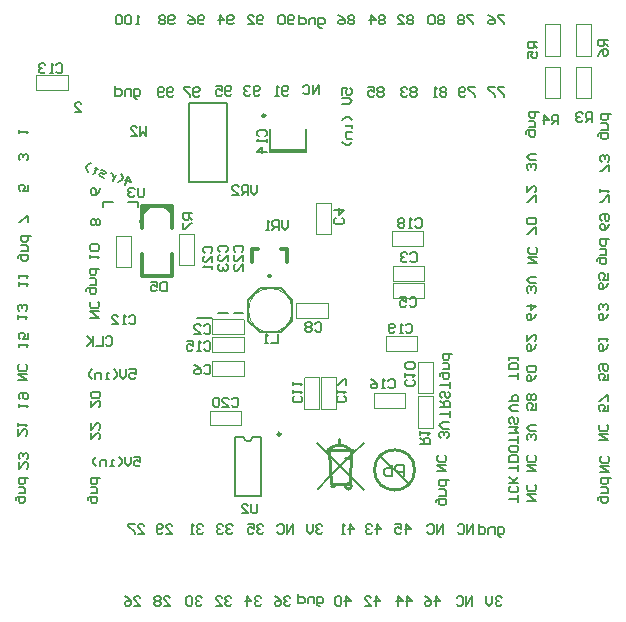
<source format=gbo>
%FSLAX23Y23*%
%MOIN*%
G70*
G01*
G75*
G04 Layer_Color=32896*
%ADD10C,0.012*%
%ADD11C,0.014*%
%ADD12R,0.118X0.073*%
%ADD13R,0.031X0.031*%
%ADD14R,0.087X0.024*%
%ADD15R,0.087X0.024*%
%ADD16O,0.010X0.080*%
%ADD17O,0.080X0.010*%
%ADD18R,0.079X0.047*%
%ADD19R,0.014X0.014*%
%ADD20R,0.020X0.020*%
%ADD21R,0.030X0.030*%
%ADD22R,0.030X0.030*%
%ADD23C,0.008*%
%ADD24C,0.031*%
%ADD25C,0.024*%
%ADD26C,0.020*%
%ADD27C,0.016*%
%ADD28C,0.059*%
%ADD29R,0.059X0.059*%
%ADD30R,0.059X0.059*%
%ADD31C,0.024*%
%ADD32C,0.030*%
%ADD33R,0.060X0.060*%
%ADD34R,0.040X0.050*%
%ADD35R,0.040X0.060*%
%ADD36R,0.085X0.043*%
%ADD37R,0.085X0.043*%
%ADD38R,0.085X0.138*%
%ADD39R,0.022X0.061*%
%ADD40R,0.059X0.051*%
%ADD41R,0.039X0.043*%
%ADD42R,0.059X0.057*%
%ADD43C,0.010*%
%ADD44C,0.010*%
%ADD45C,0.008*%
%ADD46C,0.004*%
%ADD47C,0.005*%
%ADD48C,0.006*%
%ADD49C,0.012*%
%ADD50C,0.006*%
D23*
X2770Y4778D02*
G03*
X2799Y4778I14J0D01*
G01*
X2976Y5728D02*
Y5805D01*
X2858Y5728D02*
Y5805D01*
Y5728D02*
X2976D01*
X2858Y5736D02*
X2976D01*
X2799Y4778D02*
X2828D01*
X2741D02*
X2770D01*
X2741Y4582D02*
X2828D01*
Y4778D01*
X2741Y4582D02*
Y4778D01*
X2586Y5628D02*
Y5892D01*
X2714Y5628D02*
Y5892D01*
X2586D02*
X2714D01*
X2586Y5628D02*
X2714D01*
X2417Y5547D02*
Y5563D01*
X2385D02*
X2417D01*
X2299Y5547D02*
Y5563D01*
X2332D01*
X2612Y5177D02*
X2663D01*
X2736Y5193D02*
X2768D01*
X2685D02*
X2717D01*
X3054Y4644D02*
X3131Y4721D01*
X3012Y4760D02*
X3169Y4602D01*
X3016Y4606D02*
X3054Y4644D01*
X3131Y4721D02*
X3169Y4760D01*
X3224Y4716D02*
X3319Y4622D01*
D43*
X2892Y4788D02*
G03*
X2892Y4788I-5J0D01*
G01*
X2841Y5850D02*
G03*
X2841Y5850I-5J0D01*
G01*
X2433Y5499D02*
G03*
X2433Y5499I-5J0D01*
G01*
D44*
X3126Y4736D02*
G03*
X3051Y4736I-38J-38D01*
G01*
X3127Y4616D02*
G03*
X3127Y4614I-9J-2D01*
G01*
X3339Y4669D02*
G03*
X3339Y4669I-67J0D01*
G01*
X2505Y5550D02*
X2530Y5525D01*
X2505Y5550D02*
X2520D01*
X2530Y5540D01*
Y5535D02*
Y5540D01*
X2430Y5525D02*
X2455Y5550D01*
X2440D02*
X2455D01*
X2430Y5540D02*
X2440Y5550D01*
X2430Y5535D02*
Y5540D01*
X2442Y5537D02*
Y5538D01*
X2430Y5550D02*
X2442Y5538D01*
X2519Y5536D02*
Y5539D01*
X2530Y5550D01*
X3047Y4736D02*
X3134D01*
X3087Y4760D02*
Y4771D01*
X3055Y4732D02*
X3059Y4622D01*
X3122D02*
X3126Y4732D01*
X3059Y4622D02*
X3122D01*
X3059Y4614D02*
X3071D01*
X3106Y4708D02*
X3126D01*
D46*
X2931Y5201D02*
G03*
X2931Y5201I-73J0D01*
G01*
X2769Y5170D02*
X2769Y5121D01*
X2768Y5171D02*
X2769Y5170D01*
X2664Y5171D02*
X2768D01*
X2664Y5121D02*
Y5171D01*
Y5121D02*
X2769D01*
X3371Y5347D02*
X3371Y5298D01*
X3371Y5348D02*
X3371Y5347D01*
X3266Y5348D02*
X3371D01*
X3266Y5298D02*
Y5348D01*
Y5298D02*
X3371D01*
X3011Y5455D02*
X3060Y5455D01*
X3060Y5456D01*
Y5560D01*
X3011D02*
X3060D01*
X3011Y5455D02*
Y5560D01*
X2769Y5111D02*
X2769Y5062D01*
X2768Y5112D02*
X2769Y5111D01*
X2664Y5112D02*
X2768D01*
X2664Y5062D02*
Y5112D01*
Y5062D02*
X2769D01*
X2944Y5225D02*
X2944Y5176D01*
X2944Y5176D01*
X3049D01*
Y5225D01*
X2944D02*
X3049D01*
X2972Y4978D02*
X3021Y4978D01*
X2971Y4977D02*
X2972Y4978D01*
X2971Y4873D02*
Y4977D01*
Y4873D02*
X3021D01*
Y4978D01*
X2345Y5345D02*
X2394Y5345D01*
X2395Y5346D01*
Y5450D01*
X2345D02*
X2395D01*
X2345Y5345D02*
Y5450D01*
X2182Y5985D02*
X2182Y5936D01*
X2182Y5986D02*
X2182Y5985D01*
X2077Y5986D02*
X2182D01*
X2077Y5936D02*
Y5986D01*
Y5936D02*
X2182D01*
X3877Y5908D02*
X3926Y5908D01*
X3927Y5909D01*
Y6013D01*
X3877D02*
X3927D01*
X3877Y5908D02*
Y6013D01*
X3775Y5908D02*
X3824Y5908D01*
X3824Y5909D01*
Y6013D01*
X3775D02*
X3824D01*
X3775Y5908D02*
Y6013D01*
Y6050D02*
X3824Y6050D01*
X3824Y6051D01*
Y6155D01*
X3775D02*
X3824D01*
X3775Y6050D02*
Y6155D01*
X3877Y6050D02*
X3926Y6050D01*
X3927Y6051D01*
Y6155D01*
X3877D02*
X3927D01*
X3877Y6050D02*
Y6155D01*
X2556Y5457D02*
X2605Y5457D01*
X2555Y5457D02*
X2556Y5457D01*
X2555Y5352D02*
Y5457D01*
Y5352D02*
X2605D01*
Y5457D01*
X2664Y5032D02*
X2664Y4984D01*
X2665Y4983D01*
X2769D01*
Y5032D01*
X2664D02*
X2769D01*
X3350Y5029D02*
X3399Y5029D01*
X3349Y5028D02*
X3350Y5029D01*
X3349Y4924D02*
Y5028D01*
Y4924D02*
X3399D01*
Y5029D01*
X3350Y4915D02*
X3399Y4915D01*
X3349Y4914D02*
X3350Y4915D01*
X3349Y4810D02*
Y4914D01*
Y4810D02*
X3399D01*
Y4915D01*
X3266Y5292D02*
X3266Y5243D01*
X3267Y5243D01*
X3371D01*
Y5292D01*
X3266D02*
X3371D01*
X3308Y4926D02*
X3308Y4877D01*
X3308Y4927D02*
X3308Y4926D01*
X3203Y4927D02*
X3308D01*
X3203Y4877D02*
Y4927D01*
Y4877D02*
X3308D01*
X3027Y4978D02*
X3076Y4978D01*
X3026Y4977D02*
X3027Y4978D01*
X3026Y4873D02*
Y4977D01*
Y4873D02*
X3076D01*
Y4978D01*
X3262Y5466D02*
X3262Y5417D01*
X3263Y5416D01*
X3367D01*
Y5466D01*
X3262D02*
X3367D01*
X3243Y5115D02*
X3243Y5066D01*
X3243Y5066D01*
X3348D01*
Y5115D01*
X3243D02*
X3348D01*
X2656Y4867D02*
X2656Y4818D01*
X2657Y4818D01*
X2761D01*
Y4867D01*
X2656D02*
X2761D01*
D47*
X2636Y5148D02*
X2642Y5154D01*
X2652D01*
X2657Y5148D01*
Y5127D01*
X2652Y5122D01*
X2642D01*
X2636Y5127D01*
X2605Y5122D02*
X2626D01*
X2605Y5143D01*
Y5148D01*
X2610Y5154D01*
X2621D01*
X2626Y5148D01*
X3325Y5388D02*
X3331Y5394D01*
X3341D01*
X3346Y5388D01*
Y5367D01*
X3341Y5362D01*
X3331D01*
X3325Y5367D01*
X3315Y5388D02*
X3310Y5394D01*
X3299D01*
X3294Y5388D01*
Y5383D01*
X3299Y5378D01*
X3304D01*
X3299D01*
X3294Y5373D01*
Y5367D01*
X3299Y5362D01*
X3310D01*
X3315Y5367D01*
X3097Y5509D02*
X3102Y5504D01*
Y5493D01*
X3097Y5488D01*
X3076D01*
X3071Y5493D01*
Y5504D01*
X3076Y5509D01*
X3071Y5535D02*
X3102D01*
X3087Y5520D01*
Y5541D01*
X2636Y5093D02*
X2642Y5098D01*
X2652D01*
X2657Y5093D01*
Y5072D01*
X2652Y5067D01*
X2642D01*
X2636Y5072D01*
X2626Y5067D02*
X2615D01*
X2621D01*
Y5098D01*
X2626Y5093D01*
X2579Y5098D02*
X2600D01*
Y5083D01*
X2589Y5088D01*
X2584D01*
X2579Y5083D01*
Y5072D01*
X2584Y5067D01*
X2595D01*
X2600Y5072D01*
X3007Y5156D02*
X3012Y5161D01*
X3022D01*
X3028Y5156D01*
Y5135D01*
X3022Y5130D01*
X3012D01*
X3007Y5135D01*
X2996Y5156D02*
X2991Y5161D01*
X2980D01*
X2975Y5156D01*
Y5151D01*
X2980Y5146D01*
X2975Y5140D01*
Y5135D01*
X2980Y5130D01*
X2991D01*
X2996Y5135D01*
Y5140D01*
X2991Y5146D01*
X2996Y5151D01*
Y5156D01*
X2991Y5146D02*
X2980D01*
X2959Y4915D02*
X2965Y4909D01*
Y4899D01*
X2959Y4894D01*
X2938D01*
X2933Y4899D01*
Y4909D01*
X2938Y4915D01*
X2933Y4925D02*
Y4936D01*
Y4930D01*
X2965D01*
X2959Y4925D01*
X2933Y4951D02*
Y4962D01*
Y4957D01*
X2965D01*
X2959Y4951D01*
X2387Y5180D02*
X2392Y5185D01*
X2402D01*
X2408Y5180D01*
Y5159D01*
X2402Y5154D01*
X2392D01*
X2387Y5159D01*
X2376Y5154D02*
X2366D01*
X2371D01*
Y5185D01*
X2376Y5180D01*
X2329Y5154D02*
X2350D01*
X2329Y5175D01*
Y5180D01*
X2334Y5185D01*
X2345D01*
X2350Y5180D01*
X2144Y6018D02*
X2150Y6024D01*
X2160D01*
X2165Y6018D01*
Y5997D01*
X2160Y5992D01*
X2150D01*
X2144Y5997D01*
X2134Y5992D02*
X2123D01*
X2129D01*
Y6024D01*
X2134Y6018D01*
X2108D02*
X2102Y6024D01*
X2092D01*
X2087Y6018D01*
Y6013D01*
X2092Y6008D01*
X2097D01*
X2092D01*
X2087Y6003D01*
Y5997D01*
X2092Y5992D01*
X2102D01*
X2108Y5997D01*
X2819Y5782D02*
X2814Y5787D01*
Y5797D01*
X2819Y5803D01*
X2840D01*
X2846Y5797D01*
Y5787D01*
X2840Y5782D01*
X2846Y5771D02*
Y5761D01*
Y5766D01*
X2814D01*
X2819Y5771D01*
X2846Y5729D02*
X2814D01*
X2830Y5745D01*
Y5724D01*
X2512Y5295D02*
Y5264D01*
X2496D01*
X2491Y5269D01*
Y5290D01*
X2496Y5295D01*
X2512D01*
X2459D02*
X2480D01*
Y5280D01*
X2470Y5285D01*
X2465D01*
X2459Y5280D01*
Y5269D01*
X2465Y5264D01*
X2475D01*
X2480Y5269D01*
X3931Y5829D02*
Y5861D01*
X3915D01*
X3910Y5856D01*
Y5845D01*
X3915Y5840D01*
X3931D01*
X3920D02*
X3910Y5829D01*
X3899Y5856D02*
X3894Y5861D01*
X3883D01*
X3878Y5856D01*
Y5850D01*
X3883Y5845D01*
X3889D01*
X3883D01*
X3878Y5840D01*
Y5835D01*
X3883Y5829D01*
X3894D01*
X3899Y5835D01*
X3818Y5821D02*
Y5853D01*
X3802D01*
X3797Y5848D01*
Y5837D01*
X3802Y5832D01*
X3818D01*
X3808D02*
X3797Y5821D01*
X3771D02*
Y5853D01*
X3787Y5837D01*
X3766D01*
X3747Y6095D02*
X3716D01*
Y6079D01*
X3721Y6074D01*
X3732D01*
X3737Y6079D01*
Y6095D01*
Y6084D02*
X3747Y6074D01*
X3716Y6042D02*
Y6063D01*
X3732D01*
X3726Y6053D01*
Y6048D01*
X3732Y6042D01*
X3742D01*
X3747Y6048D01*
Y6058D01*
X3742Y6063D01*
X3982Y6103D02*
X3950D01*
Y6087D01*
X3956Y6082D01*
X3966D01*
X3971Y6087D01*
Y6103D01*
Y6092D02*
X3982Y6082D01*
X3950Y6050D02*
X3956Y6061D01*
X3966Y6071D01*
X3977D01*
X3982Y6066D01*
Y6056D01*
X3977Y6050D01*
X3971D01*
X3966Y6056D01*
Y6071D01*
X2598Y5524D02*
X2567D01*
Y5508D01*
X2572Y5503D01*
X2583D01*
X2588Y5508D01*
Y5524D01*
Y5513D02*
X2598Y5503D01*
X2567Y5492D02*
Y5471D01*
X2572D01*
X2593Y5492D01*
X2598D01*
X2815Y4555D02*
Y4529D01*
X2810Y4524D01*
X2799D01*
X2794Y4529D01*
Y4555D01*
X2762Y4524D02*
X2783D01*
X2762Y4545D01*
Y4550D01*
X2768Y4555D01*
X2778D01*
X2783Y4550D01*
X2917Y5501D02*
Y5480D01*
X2907Y5470D01*
X2896Y5480D01*
Y5501D01*
X2886Y5470D02*
Y5501D01*
X2870D01*
X2865Y5496D01*
Y5486D01*
X2870Y5480D01*
X2886D01*
X2875D02*
X2865Y5470D01*
X2854D02*
X2844D01*
X2849D01*
Y5501D01*
X2854Y5496D01*
X2815Y5618D02*
Y5597D01*
X2804Y5586D01*
X2794Y5597D01*
Y5618D01*
X2783Y5586D02*
Y5618D01*
X2768D01*
X2762Y5613D01*
Y5602D01*
X2768Y5597D01*
X2783D01*
X2773D02*
X2762Y5586D01*
X2731D02*
X2752D01*
X2731Y5607D01*
Y5613D01*
X2736Y5618D01*
X2747D01*
X2752Y5613D01*
X2636Y5014D02*
X2642Y5020D01*
X2652D01*
X2657Y5014D01*
Y4993D01*
X2652Y4988D01*
X2642D01*
X2636Y4993D01*
X2605Y5020D02*
X2615Y5014D01*
X2626Y5004D01*
Y4993D01*
X2621Y4988D01*
X2610D01*
X2605Y4993D01*
Y4999D01*
X2610Y5004D01*
X2626D01*
X3333Y4970D02*
X3339Y4965D01*
Y4954D01*
X3333Y4949D01*
X3312D01*
X3307Y4954D01*
Y4965D01*
X3312Y4970D01*
X3307Y4980D02*
Y4991D01*
Y4986D01*
X3339D01*
X3333Y4980D01*
Y5007D02*
X3339Y5012D01*
Y5022D01*
X3333Y5028D01*
X3312D01*
X3307Y5022D01*
Y5012D01*
X3312Y5007D01*
X3333D01*
X3358Y4756D02*
X3390D01*
Y4772D01*
X3385Y4777D01*
X3374D01*
X3369Y4772D01*
Y4756D01*
Y4766D02*
X3358Y4777D01*
Y4787D02*
Y4798D01*
Y4793D01*
X3390D01*
X3385Y4787D01*
X2437Y5610D02*
Y5584D01*
X2432Y5579D01*
X2421D01*
X2416Y5584D01*
Y5610D01*
X2406Y5605D02*
X2400Y5610D01*
X2390D01*
X2385Y5605D01*
Y5600D01*
X2390Y5594D01*
X2395D01*
X2390D01*
X2385Y5589D01*
Y5584D01*
X2390Y5579D01*
X2400D01*
X2406Y5584D01*
X2445Y5815D02*
Y5783D01*
X2434Y5794D01*
X2424Y5783D01*
Y5815D01*
X2392Y5783D02*
X2413D01*
X2392Y5804D01*
Y5810D01*
X2398Y5815D01*
X2408D01*
X2413Y5810D01*
X3322Y5239D02*
X3327Y5244D01*
X3337D01*
X3343Y5239D01*
Y5218D01*
X3337Y5213D01*
X3327D01*
X3322Y5218D01*
X3290Y5244D02*
X3311D01*
Y5228D01*
X3301Y5234D01*
X3295D01*
X3290Y5228D01*
Y5218D01*
X3295Y5213D01*
X3306D01*
X3311Y5218D01*
X3251Y4967D02*
X3256Y4972D01*
X3266D01*
X3272Y4967D01*
Y4946D01*
X3266Y4941D01*
X3256D01*
X3251Y4946D01*
X3240Y4941D02*
X3230D01*
X3235D01*
Y4972D01*
X3240Y4967D01*
X3193Y4972D02*
X3203Y4967D01*
X3214Y4957D01*
Y4946D01*
X3209Y4941D01*
X3198D01*
X3193Y4946D01*
Y4951D01*
X3198Y4957D01*
X3214D01*
X3105Y4915D02*
X3110Y4909D01*
Y4899D01*
X3105Y4894D01*
X3084D01*
X3079Y4899D01*
Y4909D01*
X3084Y4915D01*
X3079Y4925D02*
Y4936D01*
Y4930D01*
X3110D01*
X3105Y4925D01*
X3110Y4951D02*
Y4972D01*
X3105D01*
X3084Y4951D01*
X3079D01*
X3341Y5503D02*
X3346Y5508D01*
X3357D01*
X3362Y5503D01*
Y5482D01*
X3357Y5476D01*
X3346D01*
X3341Y5482D01*
X3331Y5476D02*
X3320D01*
X3325D01*
Y5508D01*
X3331Y5503D01*
X3304D02*
X3299Y5508D01*
X3289D01*
X3283Y5503D01*
Y5497D01*
X3289Y5492D01*
X3283Y5487D01*
Y5482D01*
X3289Y5476D01*
X3299D01*
X3304Y5482D01*
Y5487D01*
X3299Y5492D01*
X3304Y5497D01*
Y5503D01*
X3299Y5492D02*
X3289D01*
X3310Y5152D02*
X3315Y5157D01*
X3325D01*
X3331Y5152D01*
Y5131D01*
X3325Y5126D01*
X3315D01*
X3310Y5131D01*
X3299Y5126D02*
X3289D01*
X3294D01*
Y5157D01*
X3299Y5152D01*
X3273Y5131D02*
X3268Y5126D01*
X3257D01*
X3252Y5131D01*
Y5152D01*
X3257Y5157D01*
X3268D01*
X3273Y5152D01*
Y5147D01*
X3268Y5142D01*
X3252D01*
X2730Y4905D02*
X2735Y4910D01*
X2746D01*
X2751Y4905D01*
Y4884D01*
X2746Y4879D01*
X2735D01*
X2730Y4884D01*
X2698Y4879D02*
X2719D01*
X2698Y4900D01*
Y4905D01*
X2704Y4910D01*
X2714D01*
X2719Y4905D01*
X2688D02*
X2683Y4910D01*
X2672D01*
X2667Y4905D01*
Y4884D01*
X2672Y4879D01*
X2683D01*
X2688Y4884D01*
Y4905D01*
X2639Y5392D02*
X2634Y5398D01*
Y5408D01*
X2639Y5413D01*
X2660D01*
X2665Y5408D01*
Y5398D01*
X2660Y5392D01*
X2665Y5361D02*
Y5382D01*
X2644Y5361D01*
X2639D01*
X2634Y5366D01*
Y5377D01*
X2639Y5382D01*
X2665Y5350D02*
Y5340D01*
Y5345D01*
X2634D01*
X2639Y5350D01*
X2741Y5396D02*
X2736Y5402D01*
Y5412D01*
X2741Y5417D01*
X2762D01*
X2768Y5412D01*
Y5402D01*
X2762Y5396D01*
X2768Y5365D02*
Y5386D01*
X2747Y5365D01*
X2741D01*
X2736Y5370D01*
Y5381D01*
X2741Y5386D01*
X2768Y5333D02*
Y5354D01*
X2747Y5333D01*
X2741D01*
X2736Y5339D01*
Y5349D01*
X2741Y5354D01*
X2882Y5122D02*
Y5091D01*
X2861D01*
X2850D02*
X2840D01*
X2845D01*
Y5122D01*
X2850Y5117D01*
X2690Y5396D02*
X2685Y5402D01*
Y5412D01*
X2690Y5417D01*
X2711D01*
X2717Y5412D01*
Y5402D01*
X2711Y5396D01*
X2717Y5365D02*
Y5386D01*
X2696Y5365D01*
X2690D01*
X2685Y5370D01*
Y5381D01*
X2690Y5386D01*
Y5354D02*
X2685Y5349D01*
Y5339D01*
X2690Y5333D01*
X2696D01*
X2701Y5339D01*
Y5344D01*
Y5339D01*
X2706Y5333D01*
X2711D01*
X2717Y5339D01*
Y5349D01*
X2711Y5354D01*
X3413Y4665D02*
X3445D01*
X3413Y4686D01*
X3445D01*
X3440Y4718D02*
X3445Y4713D01*
Y4702D01*
X3440Y4697D01*
X3419D01*
X3413Y4702D01*
Y4713D01*
X3419Y4718D01*
X3447Y4776D02*
X3453Y4781D01*
Y4791D01*
X3447Y4797D01*
X3442D01*
X3437Y4791D01*
Y4786D01*
Y4791D01*
X3432Y4797D01*
X3427D01*
X3421Y4791D01*
Y4781D01*
X3427Y4776D01*
X3453Y4807D02*
X3432D01*
X3421Y4818D01*
X3432Y4828D01*
X3453D01*
X3457Y4846D02*
Y4867D01*
Y4857D01*
X3425D01*
Y4878D02*
X3457D01*
Y4894D01*
X3451Y4899D01*
X3441D01*
X3436Y4894D01*
Y4878D01*
Y4888D02*
X3425Y4899D01*
X3451Y4930D02*
X3457Y4925D01*
Y4915D01*
X3451Y4909D01*
X3446D01*
X3441Y4915D01*
Y4925D01*
X3436Y4930D01*
X3430D01*
X3425Y4925D01*
Y4915D01*
X3430Y4909D01*
X3457Y4941D02*
Y4962D01*
Y4951D01*
X3425D01*
X3685Y4972D02*
Y4993D01*
Y4983D01*
X3654D01*
X3685Y5004D02*
X3654D01*
Y5020D01*
X3659Y5025D01*
X3680D01*
X3685Y5020D01*
Y5004D01*
Y5035D02*
Y5046D01*
Y5041D01*
X3654D01*
Y5035D01*
Y5046D01*
X3685Y4866D02*
X3664D01*
X3654Y4877D01*
X3664Y4887D01*
X3685D01*
X3654Y4898D02*
X3685D01*
Y4913D01*
X3680Y4919D01*
X3669D01*
X3664Y4913D01*
Y4898D01*
X3685Y4760D02*
Y4781D01*
Y4770D01*
X3654D01*
Y4791D02*
X3685D01*
X3675Y4802D01*
X3685Y4812D01*
X3654D01*
X3680Y4844D02*
X3685Y4839D01*
Y4828D01*
X3680Y4823D01*
X3675D01*
X3669Y4828D01*
Y4839D01*
X3664Y4844D01*
X3659D01*
X3654Y4839D01*
Y4828D01*
X3659Y4823D01*
X3685Y4665D02*
Y4686D01*
Y4676D01*
X3654D01*
X3685Y4697D02*
X3654D01*
Y4713D01*
X3659Y4718D01*
X3680D01*
X3685Y4713D01*
Y4697D01*
Y4744D02*
Y4734D01*
X3680Y4728D01*
X3659D01*
X3654Y4734D01*
Y4744D01*
X3659Y4749D01*
X3680D01*
X3685Y4744D01*
Y4563D02*
Y4584D01*
Y4573D01*
X3654D01*
X3680Y4615D02*
X3685Y4610D01*
Y4600D01*
X3680Y4594D01*
X3659D01*
X3654Y4600D01*
Y4610D01*
X3659Y4615D01*
X3685Y4626D02*
X3654D01*
X3664D01*
X3685Y4647D01*
X3669Y4631D01*
X3654Y4647D01*
X3411Y4562D02*
Y4567D01*
X3416Y4572D01*
X3442D01*
Y4556D01*
X3437Y4551D01*
X3427D01*
X3421Y4556D01*
Y4572D01*
Y4583D02*
X3442D01*
Y4598D01*
X3437Y4604D01*
X3421D01*
X3453Y4635D02*
X3421D01*
Y4619D01*
X3427Y4614D01*
X3437D01*
X3442Y4619D01*
Y4635D01*
X3423Y4983D02*
Y4988D01*
X3428Y4993D01*
X3454D01*
Y4978D01*
X3449Y4972D01*
X3438D01*
X3433Y4978D01*
Y4993D01*
Y5004D02*
X3454D01*
Y5020D01*
X3449Y5025D01*
X3433D01*
X3465Y5056D02*
X3433D01*
Y5041D01*
X3438Y5035D01*
X3449D01*
X3454Y5041D01*
Y5056D01*
X3744Y5563D02*
Y5584D01*
X3739D01*
X3718Y5563D01*
X3713D01*
Y5615D02*
Y5594D01*
X3734Y5615D01*
X3739D01*
X3744Y5610D01*
Y5600D01*
X3739Y5594D01*
X3744Y5457D02*
Y5478D01*
X3739D01*
X3718Y5457D01*
X3713D01*
X3739Y5488D02*
X3744Y5493D01*
Y5504D01*
X3739Y5509D01*
X3718D01*
X3713Y5504D01*
Y5493D01*
X3718Y5488D01*
X3739D01*
X3717Y5358D02*
X3748D01*
X3717Y5379D01*
X3748D01*
X3743Y5411D02*
X3748Y5405D01*
Y5395D01*
X3743Y5390D01*
X3722D01*
X3717Y5395D01*
Y5405D01*
X3722Y5411D01*
X3739Y5260D02*
X3744Y5265D01*
Y5276D01*
X3739Y5281D01*
X3734D01*
X3728Y5276D01*
Y5270D01*
Y5276D01*
X3723Y5281D01*
X3718D01*
X3713Y5276D01*
Y5265D01*
X3718Y5260D01*
X3744Y5291D02*
X3723D01*
X3713Y5302D01*
X3723Y5312D01*
X3744D01*
Y5190D02*
X3739Y5180D01*
X3728Y5169D01*
X3718D01*
X3713Y5175D01*
Y5185D01*
X3718Y5190D01*
X3723D01*
X3728Y5185D01*
Y5169D01*
X3713Y5217D02*
X3744D01*
X3728Y5201D01*
Y5222D01*
X3744Y5088D02*
X3739Y5077D01*
X3728Y5067D01*
X3718D01*
X3713Y5072D01*
Y5083D01*
X3718Y5088D01*
X3723D01*
X3728Y5083D01*
Y5067D01*
X3713Y5119D02*
Y5098D01*
X3734Y5119D01*
X3739D01*
X3744Y5114D01*
Y5104D01*
X3739Y5098D01*
X3744Y4986D02*
X3739Y4975D01*
X3728Y4965D01*
X3718D01*
X3713Y4970D01*
Y4980D01*
X3718Y4986D01*
X3723D01*
X3728Y4980D01*
Y4965D01*
X3739Y4996D02*
X3744Y5001D01*
Y5012D01*
X3739Y5017D01*
X3718D01*
X3713Y5012D01*
Y5001D01*
X3718Y4996D01*
X3739D01*
X3744Y4891D02*
Y4870D01*
X3728D01*
X3734Y4881D01*
Y4886D01*
X3728Y4891D01*
X3718D01*
X3713Y4886D01*
Y4875D01*
X3718Y4870D01*
X3739Y4902D02*
X3744Y4907D01*
Y4917D01*
X3739Y4923D01*
X3734D01*
X3728Y4917D01*
X3723Y4923D01*
X3718D01*
X3713Y4917D01*
Y4907D01*
X3718Y4902D01*
X3723D01*
X3728Y4907D01*
X3734Y4902D01*
X3739D01*
X3728Y4907D02*
Y4917D01*
X3739Y4768D02*
X3744Y4773D01*
Y4783D01*
X3739Y4789D01*
X3734D01*
X3728Y4783D01*
Y4778D01*
Y4783D01*
X3723Y4789D01*
X3718D01*
X3713Y4783D01*
Y4773D01*
X3718Y4768D01*
X3744Y4799D02*
X3723D01*
X3713Y4810D01*
X3723Y4820D01*
X3744D01*
X3950Y4570D02*
Y4575D01*
X3955Y4580D01*
X3982D01*
Y4564D01*
X3976Y4559D01*
X3966D01*
X3961Y4564D01*
Y4580D01*
Y4591D02*
X3982D01*
Y4606D01*
X3976Y4612D01*
X3961D01*
X3992Y4643D02*
X3961D01*
Y4627D01*
X3966Y4622D01*
X3976D01*
X3982Y4627D01*
Y4643D01*
X3713Y4567D02*
X3744D01*
X3713Y4588D01*
X3744D01*
X3739Y4619D02*
X3744Y4614D01*
Y4604D01*
X3739Y4598D01*
X3718D01*
X3713Y4604D01*
Y4614D01*
X3718Y4619D01*
X3713Y4665D02*
X3744D01*
X3713Y4686D01*
X3744D01*
X3739Y4718D02*
X3744Y4713D01*
Y4702D01*
X3739Y4697D01*
X3718D01*
X3713Y4702D01*
Y4713D01*
X3718Y4718D01*
X3957Y4661D02*
X3988D01*
X3957Y4682D01*
X3988D01*
X3983Y4714D02*
X3988Y4709D01*
Y4698D01*
X3983Y4693D01*
X3962D01*
X3957Y4698D01*
Y4709D01*
X3962Y4714D01*
X3953Y4768D02*
X3984D01*
X3953Y4789D01*
X3984D01*
X3979Y4820D02*
X3984Y4815D01*
Y4804D01*
X3979Y4799D01*
X3958D01*
X3953Y4804D01*
Y4815D01*
X3958Y4820D01*
X3984Y4887D02*
Y4866D01*
X3968D01*
X3974Y4877D01*
Y4882D01*
X3968Y4887D01*
X3958D01*
X3953Y4882D01*
Y4871D01*
X3958Y4866D01*
X3984Y4898D02*
Y4919D01*
X3979D01*
X3958Y4898D01*
X3953D01*
X3984Y4989D02*
Y4969D01*
X3968D01*
X3974Y4979D01*
Y4984D01*
X3968Y4989D01*
X3958D01*
X3953Y4984D01*
Y4974D01*
X3958Y4969D01*
Y5000D02*
X3953Y5005D01*
Y5016D01*
X3958Y5021D01*
X3979D01*
X3984Y5016D01*
Y5005D01*
X3979Y5000D01*
X3974D01*
X3968Y5005D01*
Y5021D01*
X3984Y5088D02*
X3979Y5077D01*
X3968Y5067D01*
X3958D01*
X3953Y5072D01*
Y5083D01*
X3958Y5088D01*
X3963D01*
X3968Y5083D01*
Y5067D01*
X3953Y5098D02*
Y5109D01*
Y5104D01*
X3984D01*
X3979Y5098D01*
X3984Y5190D02*
X3979Y5180D01*
X3968Y5169D01*
X3958D01*
X3953Y5175D01*
Y5185D01*
X3958Y5190D01*
X3963D01*
X3968Y5185D01*
Y5169D01*
X3979Y5201D02*
X3984Y5206D01*
Y5217D01*
X3979Y5222D01*
X3974D01*
X3968Y5217D01*
Y5211D01*
Y5217D01*
X3963Y5222D01*
X3958D01*
X3953Y5217D01*
Y5206D01*
X3958Y5201D01*
X3984Y5293D02*
X3979Y5282D01*
X3968Y5272D01*
X3958D01*
X3953Y5277D01*
Y5287D01*
X3958Y5293D01*
X3963D01*
X3968Y5287D01*
Y5272D01*
X3984Y5324D02*
Y5303D01*
X3968D01*
X3974Y5314D01*
Y5319D01*
X3968Y5324D01*
X3958D01*
X3953Y5319D01*
Y5308D01*
X3958Y5303D01*
X3946Y5365D02*
Y5370D01*
X3951Y5375D01*
X3978D01*
Y5360D01*
X3972Y5354D01*
X3962D01*
X3957Y5360D01*
Y5375D01*
Y5386D02*
X3978D01*
Y5402D01*
X3972Y5407D01*
X3957D01*
X3988Y5438D02*
X3957D01*
Y5423D01*
X3962Y5417D01*
X3972D01*
X3978Y5423D01*
Y5438D01*
X3988Y5489D02*
X3983Y5479D01*
X3972Y5469D01*
X3962D01*
X3957Y5474D01*
Y5484D01*
X3962Y5489D01*
X3967D01*
X3972Y5484D01*
Y5469D01*
X3962Y5500D02*
X3957Y5505D01*
Y5516D01*
X3962Y5521D01*
X3983D01*
X3988Y5516D01*
Y5505D01*
X3983Y5500D01*
X3978D01*
X3972Y5505D01*
Y5521D01*
X3988Y5563D02*
Y5584D01*
X3983D01*
X3962Y5563D01*
X3957D01*
Y5594D02*
Y5605D01*
Y5600D01*
X3988D01*
X3983Y5594D01*
X3988Y5665D02*
Y5686D01*
X3983D01*
X3962Y5665D01*
X3957D01*
X3983Y5697D02*
X3988Y5702D01*
Y5713D01*
X3983Y5718D01*
X3978D01*
X3972Y5713D01*
Y5707D01*
Y5713D01*
X3967Y5718D01*
X3962D01*
X3957Y5713D01*
Y5702D01*
X3962Y5697D01*
X3739Y5669D02*
X3744Y5675D01*
Y5685D01*
X3739Y5690D01*
X3734D01*
X3728Y5685D01*
Y5680D01*
Y5685D01*
X3723Y5690D01*
X3718D01*
X3713Y5685D01*
Y5675D01*
X3718Y5669D01*
X3744Y5701D02*
X3723D01*
X3713Y5711D01*
X3723Y5722D01*
X3744D01*
X3950Y5782D02*
Y5787D01*
X3955Y5793D01*
X3982D01*
Y5777D01*
X3976Y5772D01*
X3966D01*
X3961Y5777D01*
Y5793D01*
Y5803D02*
X3982D01*
Y5819D01*
X3976Y5824D01*
X3961D01*
X3992Y5856D02*
X3961D01*
Y5840D01*
X3966Y5835D01*
X3976D01*
X3982Y5840D01*
Y5856D01*
X3710Y5790D02*
Y5795D01*
X3715Y5801D01*
X3741D01*
Y5785D01*
X3736Y5780D01*
X3726D01*
X3720Y5785D01*
Y5801D01*
Y5811D02*
X3741D01*
Y5827D01*
X3736Y5832D01*
X3720D01*
X3752Y5863D02*
X3720D01*
Y5848D01*
X3726Y5842D01*
X3736D01*
X3741Y5848D01*
Y5863D01*
X3020Y5921D02*
Y5953D01*
X2999Y5921D01*
Y5953D01*
X2967Y5947D02*
X2972Y5953D01*
X2983D01*
X2988Y5947D01*
Y5927D01*
X2983Y5921D01*
X2972D01*
X2967Y5927D01*
X3236Y5940D02*
X3231Y5945D01*
X3220D01*
X3215Y5940D01*
Y5934D01*
X3220Y5929D01*
X3215Y5924D01*
Y5919D01*
X3220Y5913D01*
X3231D01*
X3236Y5919D01*
Y5924D01*
X3231Y5929D01*
X3236Y5934D01*
Y5940D01*
X3231Y5929D02*
X3220D01*
X3184Y5945D02*
X3205D01*
Y5929D01*
X3194Y5934D01*
X3189D01*
X3184Y5929D01*
Y5919D01*
X3189Y5913D01*
X3199D01*
X3205Y5919D01*
X3346Y5940D02*
X3341Y5945D01*
X3331D01*
X3325Y5940D01*
Y5934D01*
X3331Y5929D01*
X3325Y5924D01*
Y5919D01*
X3331Y5913D01*
X3341D01*
X3346Y5919D01*
Y5924D01*
X3341Y5929D01*
X3346Y5934D01*
Y5940D01*
X3341Y5929D02*
X3331D01*
X3315Y5940D02*
X3310Y5945D01*
X3299D01*
X3294Y5940D01*
Y5934D01*
X3299Y5929D01*
X3304D01*
X3299D01*
X3294Y5924D01*
Y5919D01*
X3299Y5913D01*
X3310D01*
X3315Y5919D01*
X3445Y5940D02*
X3440Y5945D01*
X3429D01*
X3424Y5940D01*
Y5934D01*
X3429Y5929D01*
X3424Y5924D01*
Y5919D01*
X3429Y5913D01*
X3440D01*
X3445Y5919D01*
Y5924D01*
X3440Y5929D01*
X3445Y5934D01*
Y5940D01*
X3440Y5929D02*
X3429D01*
X3413Y5913D02*
X3403D01*
X3408D01*
Y5945D01*
X3413Y5940D01*
X3539Y5945D02*
X3518D01*
Y5940D01*
X3539Y5919D01*
Y5913D01*
X3508Y5919D02*
X3503Y5913D01*
X3492D01*
X3487Y5919D01*
Y5940D01*
X3492Y5945D01*
X3503D01*
X3508Y5940D01*
Y5934D01*
X3503Y5929D01*
X3487D01*
X3638Y5945D02*
X3617D01*
Y5940D01*
X3638Y5919D01*
Y5913D01*
X3606Y5945D02*
X3585D01*
Y5940D01*
X3606Y5919D01*
Y5913D01*
X3638Y6185D02*
X3617D01*
Y6180D01*
X3638Y6159D01*
Y6154D01*
X3585Y6185D02*
X3596Y6180D01*
X3606Y6169D01*
Y6159D01*
X3601Y6154D01*
X3591D01*
X3585Y6159D01*
Y6164D01*
X3591Y6169D01*
X3606D01*
X3535Y6185D02*
X3514D01*
Y6180D01*
X3535Y6159D01*
Y6154D01*
X3504Y6180D02*
X3499Y6185D01*
X3488D01*
X3483Y6180D01*
Y6175D01*
X3488Y6169D01*
X3483Y6164D01*
Y6159D01*
X3488Y6154D01*
X3499D01*
X3504Y6159D01*
Y6164D01*
X3499Y6169D01*
X3504Y6175D01*
Y6180D01*
X3499Y6169D02*
X3488D01*
X3437Y6180D02*
X3432Y6185D01*
X3421D01*
X3416Y6180D01*
Y6175D01*
X3421Y6169D01*
X3416Y6164D01*
Y6159D01*
X3421Y6154D01*
X3432D01*
X3437Y6159D01*
Y6164D01*
X3432Y6169D01*
X3437Y6175D01*
Y6180D01*
X3432Y6169D02*
X3421D01*
X3406Y6180D02*
X3400Y6185D01*
X3390D01*
X3385Y6180D01*
Y6159D01*
X3390Y6154D01*
X3400D01*
X3406Y6159D01*
Y6180D01*
X3335D02*
X3329Y6185D01*
X3319D01*
X3314Y6180D01*
Y6175D01*
X3319Y6169D01*
X3314Y6164D01*
Y6159D01*
X3319Y6154D01*
X3329D01*
X3335Y6159D01*
Y6164D01*
X3329Y6169D01*
X3335Y6175D01*
Y6180D01*
X3329Y6169D02*
X3319D01*
X3282Y6154D02*
X3303D01*
X3282Y6175D01*
Y6180D01*
X3287Y6185D01*
X3298D01*
X3303Y6180D01*
X3240D02*
X3235Y6185D01*
X3224D01*
X3219Y6180D01*
Y6175D01*
X3224Y6169D01*
X3219Y6164D01*
Y6159D01*
X3224Y6154D01*
X3235D01*
X3240Y6159D01*
Y6164D01*
X3235Y6169D01*
X3240Y6175D01*
Y6180D01*
X3235Y6169D02*
X3224D01*
X3193Y6154D02*
Y6185D01*
X3209Y6169D01*
X3188D01*
X3138Y6180D02*
X3133Y6185D01*
X3122D01*
X3117Y6180D01*
Y6175D01*
X3122Y6169D01*
X3117Y6164D01*
Y6159D01*
X3122Y6154D01*
X3133D01*
X3138Y6159D01*
Y6164D01*
X3133Y6169D01*
X3138Y6175D01*
Y6180D01*
X3133Y6169D02*
X3122D01*
X3085Y6185D02*
X3096Y6180D01*
X3106Y6169D01*
Y6159D01*
X3101Y6154D01*
X3091D01*
X3085Y6159D01*
Y6164D01*
X3091Y6169D01*
X3106D01*
X3029Y6143D02*
X3024D01*
X3018Y6148D01*
Y6175D01*
X3034D01*
X3039Y6169D01*
Y6159D01*
X3034Y6154D01*
X3018D01*
X3008D02*
Y6175D01*
X2992D01*
X2987Y6169D01*
Y6154D01*
X2955Y6185D02*
Y6154D01*
X2971D01*
X2976Y6159D01*
Y6169D01*
X2971Y6175D01*
X2955D01*
X2937Y6159D02*
X2932Y6154D01*
X2921D01*
X2916Y6159D01*
Y6180D01*
X2921Y6185D01*
X2932D01*
X2937Y6180D01*
Y6175D01*
X2932Y6169D01*
X2916D01*
X2906Y6180D02*
X2900Y6185D01*
X2890D01*
X2885Y6180D01*
Y6159D01*
X2890Y6154D01*
X2900D01*
X2906Y6159D01*
Y6180D01*
X2835Y6159D02*
X2829Y6154D01*
X2819D01*
X2814Y6159D01*
Y6180D01*
X2819Y6185D01*
X2829D01*
X2835Y6180D01*
Y6175D01*
X2829Y6169D01*
X2814D01*
X2782Y6154D02*
X2803D01*
X2782Y6175D01*
Y6180D01*
X2787Y6185D01*
X2798D01*
X2803Y6180D01*
X2736Y6159D02*
X2731Y6154D01*
X2720D01*
X2715Y6159D01*
Y6180D01*
X2720Y6185D01*
X2731D01*
X2736Y6180D01*
Y6175D01*
X2731Y6169D01*
X2715D01*
X2689Y6154D02*
Y6185D01*
X2705Y6169D01*
X2684D01*
X2638Y6159D02*
X2633Y6154D01*
X2622D01*
X2617Y6159D01*
Y6180D01*
X2622Y6185D01*
X2633D01*
X2638Y6180D01*
Y6175D01*
X2633Y6169D01*
X2617D01*
X2585Y6185D02*
X2596Y6180D01*
X2606Y6169D01*
Y6159D01*
X2601Y6154D01*
X2591D01*
X2585Y6159D01*
Y6164D01*
X2591Y6169D01*
X2606D01*
X3098Y5920D02*
Y5941D01*
X3114D01*
X3109Y5930D01*
Y5925D01*
X3114Y5920D01*
X3125D01*
X3130Y5925D01*
Y5936D01*
X3125Y5941D01*
X3098Y5909D02*
X3119D01*
X3130Y5899D01*
X3119Y5888D01*
X3098D01*
X3130Y5836D02*
X3119Y5846D01*
X3109D01*
X3098Y5836D01*
X3130Y5820D02*
Y5810D01*
Y5815D01*
X3109D01*
Y5820D01*
X3130Y5794D02*
X3109D01*
Y5778D01*
X3114Y5773D01*
X3130D01*
Y5763D02*
X3119Y5752D01*
X3109D01*
X3098Y5763D01*
X2917Y5923D02*
X2912Y5917D01*
X2902D01*
X2896Y5923D01*
Y5944D01*
X2902Y5949D01*
X2912D01*
X2917Y5944D01*
Y5938D01*
X2912Y5933D01*
X2896D01*
X2886Y5917D02*
X2875D01*
X2881D01*
Y5949D01*
X2886Y5944D01*
X2823Y5923D02*
X2818Y5917D01*
X2807D01*
X2802Y5923D01*
Y5944D01*
X2807Y5949D01*
X2818D01*
X2823Y5944D01*
Y5938D01*
X2818Y5933D01*
X2802D01*
X2791Y5944D02*
X2786Y5949D01*
X2776D01*
X2770Y5944D01*
Y5938D01*
X2776Y5933D01*
X2781D01*
X2776D01*
X2770Y5928D01*
Y5923D01*
X2776Y5917D01*
X2786D01*
X2791Y5923D01*
X2728D02*
X2723Y5917D01*
X2713D01*
X2707Y5923D01*
Y5944D01*
X2713Y5949D01*
X2723D01*
X2728Y5944D01*
Y5938D01*
X2723Y5933D01*
X2707D01*
X2676Y5949D02*
X2697D01*
Y5933D01*
X2686Y5938D01*
X2681D01*
X2676Y5933D01*
Y5923D01*
X2681Y5917D01*
X2692D01*
X2697Y5923D01*
X2622Y5919D02*
X2617Y5913D01*
X2606D01*
X2601Y5919D01*
Y5940D01*
X2606Y5945D01*
X2617D01*
X2622Y5940D01*
Y5934D01*
X2617Y5929D01*
X2601D01*
X2591Y5945D02*
X2570D01*
Y5940D01*
X2591Y5919D01*
Y5913D01*
X2535Y5919D02*
X2530Y5913D01*
X2520D01*
X2514Y5919D01*
Y5940D01*
X2520Y5945D01*
X2530D01*
X2535Y5940D01*
Y5934D01*
X2530Y5929D01*
X2514D01*
X2504Y5919D02*
X2499Y5913D01*
X2488D01*
X2483Y5919D01*
Y5940D01*
X2488Y5945D01*
X2499D01*
X2504Y5940D01*
Y5934D01*
X2499Y5929D01*
X2483D01*
X2539Y6159D02*
X2534Y6154D01*
X2524D01*
X2518Y6159D01*
Y6180D01*
X2524Y6185D01*
X2534D01*
X2539Y6180D01*
Y6175D01*
X2534Y6169D01*
X2518D01*
X2508Y6180D02*
X2503Y6185D01*
X2492D01*
X2487Y6180D01*
Y6175D01*
X2492Y6169D01*
X2487Y6164D01*
Y6159D01*
X2492Y6154D01*
X2503D01*
X2508Y6159D01*
Y6164D01*
X2503Y6169D01*
X2508Y6175D01*
Y6180D01*
X2503Y6169D02*
X2492D01*
X2421Y6154D02*
X2411D01*
X2416D01*
Y6185D01*
X2421Y6180D01*
X2395D02*
X2390Y6185D01*
X2379D01*
X2374Y6180D01*
Y6159D01*
X2379Y6154D01*
X2390D01*
X2395Y6159D01*
Y6180D01*
X2364D02*
X2358Y6185D01*
X2348D01*
X2343Y6180D01*
Y6159D01*
X2348Y6154D01*
X2358D01*
X2364Y6159D01*
Y6180D01*
X2415Y5907D02*
X2409D01*
X2404Y5912D01*
Y5938D01*
X2420D01*
X2425Y5933D01*
Y5923D01*
X2420Y5917D01*
X2404D01*
X2394D02*
Y5938D01*
X2378D01*
X2373Y5933D01*
Y5917D01*
X2341Y5949D02*
Y5917D01*
X2357D01*
X2362Y5923D01*
Y5933D01*
X2357Y5938D01*
X2341D01*
X2207Y5862D02*
X2228D01*
X2207Y5883D01*
Y5888D01*
X2213Y5894D01*
X2223D01*
X2228Y5888D01*
X2375Y5619D02*
X2385Y5649D01*
X2395Y5629D01*
X2375Y5636D01*
X2350Y5628D02*
X2363Y5634D01*
X2367Y5644D01*
X2360Y5657D01*
X2342Y5653D02*
X2335Y5633D01*
X2338Y5643D01*
X2335Y5649D01*
X2332Y5656D01*
X2327Y5658D01*
X2305Y5643D02*
X2290Y5648D01*
X2287Y5655D01*
X2294Y5658D01*
X2304Y5655D01*
X2310Y5658D01*
X2307Y5664D01*
X2292Y5670D01*
X2279Y5680D02*
X2277Y5675D01*
X2282Y5673D01*
X2272Y5676D01*
X2277Y5675D01*
X2272Y5660D01*
X2266Y5656D01*
X2251Y5661D02*
X2244Y5675D01*
X2247Y5685D01*
X2261Y5691D01*
X2291Y5608D02*
X2286Y5597D01*
X2276Y5587D01*
X2265D01*
X2260Y5592D01*
Y5602D01*
X2265Y5608D01*
X2270D01*
X2276Y5602D01*
Y5587D01*
X2286Y5484D02*
X2291Y5490D01*
Y5500D01*
X2286Y5505D01*
X2281D01*
X2276Y5500D01*
X2270Y5505D01*
X2265D01*
X2260Y5500D01*
Y5490D01*
X2265Y5484D01*
X2270D01*
X2276Y5490D01*
X2281Y5484D01*
X2286D01*
X2276Y5490D02*
Y5500D01*
X2256Y5374D02*
Y5385D01*
Y5379D01*
X2287D01*
X2282Y5374D01*
Y5400D02*
X2287Y5406D01*
Y5416D01*
X2282Y5421D01*
X2261D01*
X2256Y5416D01*
Y5406D01*
X2261Y5400D01*
X2282D01*
X2245Y5266D02*
Y5272D01*
X2251Y5277D01*
X2277D01*
Y5261D01*
X2272Y5256D01*
X2261D01*
X2256Y5261D01*
Y5277D01*
Y5287D02*
X2277D01*
Y5303D01*
X2272Y5308D01*
X2256D01*
X2287Y5340D02*
X2256D01*
Y5324D01*
X2261Y5319D01*
X2272D01*
X2277Y5324D01*
Y5340D01*
X2256Y5177D02*
X2287D01*
X2256Y5198D01*
X2287D01*
X2282Y5230D02*
X2287Y5224D01*
Y5214D01*
X2282Y5209D01*
X2261D01*
X2256Y5214D01*
Y5224D01*
X2261Y5230D01*
X2310Y5109D02*
X2315Y5114D01*
X2325D01*
X2331Y5109D01*
Y5088D01*
X2325Y5083D01*
X2315D01*
X2310Y5088D01*
X2299Y5114D02*
Y5083D01*
X2278D01*
X2268Y5114D02*
Y5083D01*
Y5093D01*
X2247Y5114D01*
X2262Y5098D01*
X2247Y5083D01*
X2388Y5004D02*
X2409D01*
Y4988D01*
X2399Y4993D01*
X2394D01*
X2388Y4988D01*
Y4978D01*
X2394Y4972D01*
X2404D01*
X2409Y4978D01*
X2378Y5004D02*
Y4983D01*
X2367Y4972D01*
X2357Y4983D01*
Y5004D01*
X2336Y4972D02*
X2346Y4983D01*
Y4993D01*
X2336Y5004D01*
X2320Y4972D02*
X2310D01*
X2315D01*
Y4993D01*
X2320D01*
X2294Y4972D02*
Y4993D01*
X2278D01*
X2273Y4988D01*
Y4972D01*
X2263D02*
X2252Y4983D01*
Y4993D01*
X2263Y5004D01*
X2260Y4899D02*
Y4878D01*
X2281Y4899D01*
X2286D01*
X2291Y4894D01*
Y4883D01*
X2286Y4878D01*
Y4909D02*
X2291Y4915D01*
Y4925D01*
X2286Y4930D01*
X2265D01*
X2260Y4925D01*
Y4915D01*
X2265Y4909D01*
X2286D01*
X2260Y4793D02*
Y4772D01*
X2281Y4793D01*
X2286D01*
X2291Y4787D01*
Y4777D01*
X2286Y4772D01*
X2260Y4824D02*
Y4803D01*
X2281Y4824D01*
X2286D01*
X2291Y4819D01*
Y4808D01*
X2286Y4803D01*
X2404Y4713D02*
X2425D01*
Y4697D01*
X2415Y4702D01*
X2409D01*
X2404Y4697D01*
Y4686D01*
X2409Y4681D01*
X2420D01*
X2425Y4686D01*
X2394Y4713D02*
Y4692D01*
X2383Y4681D01*
X2373Y4692D01*
Y4713D01*
X2352Y4681D02*
X2362Y4692D01*
Y4702D01*
X2352Y4713D01*
X2336Y4681D02*
X2325D01*
X2331D01*
Y4702D01*
X2336D01*
X2310Y4681D02*
Y4702D01*
X2294D01*
X2289Y4697D01*
Y4681D01*
X2278D02*
X2268Y4692D01*
Y4702D01*
X2278Y4713D01*
X2249Y4570D02*
Y4575D01*
X2255Y4580D01*
X2281D01*
Y4564D01*
X2276Y4559D01*
X2265D01*
X2260Y4564D01*
Y4580D01*
Y4591D02*
X2281D01*
Y4606D01*
X2276Y4612D01*
X2260D01*
X2291Y4643D02*
X2260D01*
Y4627D01*
X2265Y4622D01*
X2276D01*
X2281Y4627D01*
Y4643D01*
X2020Y5791D02*
Y5802D01*
Y5797D01*
X2051D01*
X2046Y5791D01*
Y5701D02*
X2051Y5706D01*
Y5717D01*
X2046Y5722D01*
X2041D01*
X2035Y5717D01*
Y5711D01*
Y5717D01*
X2030Y5722D01*
X2025D01*
X2020Y5717D01*
Y5706D01*
X2025Y5701D01*
X2051Y5619D02*
Y5598D01*
X2035D01*
X2041Y5609D01*
Y5614D01*
X2035Y5619D01*
X2025D01*
X2020Y5614D01*
Y5604D01*
X2025Y5598D01*
X2051Y5496D02*
Y5517D01*
X2046D01*
X2025Y5496D01*
X2020D01*
X2017Y5377D02*
Y5382D01*
X2022Y5387D01*
X2049D01*
Y5371D01*
X2043Y5366D01*
X2033D01*
X2028Y5371D01*
Y5387D01*
Y5398D02*
X2049D01*
Y5413D01*
X2043Y5419D01*
X2028D01*
X2059Y5450D02*
X2028D01*
Y5434D01*
X2033Y5429D01*
X2043D01*
X2049Y5434D01*
Y5450D01*
X2020Y5283D02*
Y5294D01*
Y5289D01*
X2051D01*
X2046Y5283D01*
X2020Y5310D02*
Y5320D01*
Y5315D01*
X2051D01*
X2046Y5310D01*
X2016Y5173D02*
Y5184D01*
Y5178D01*
X2047D01*
X2042Y5173D01*
Y5199D02*
X2047Y5205D01*
Y5215D01*
X2042Y5220D01*
X2037D01*
X2031Y5215D01*
Y5210D01*
Y5215D01*
X2026Y5220D01*
X2021D01*
X2016Y5215D01*
Y5205D01*
X2021Y5199D01*
X2020Y5079D02*
Y5089D01*
Y5084D01*
X2051D01*
X2046Y5079D01*
X2051Y5126D02*
Y5105D01*
X2035D01*
X2041Y5115D01*
Y5121D01*
X2035Y5126D01*
X2025D01*
X2020Y5121D01*
Y5110D01*
X2025Y5105D01*
X2016Y4969D02*
X2047D01*
X2016Y4989D01*
X2047D01*
X2042Y5021D02*
X2047Y5016D01*
Y5005D01*
X2042Y5000D01*
X2021D01*
X2016Y5005D01*
Y5016D01*
X2021Y5021D01*
X2020Y4878D02*
Y4888D01*
Y4883D01*
X2051D01*
X2046Y4878D01*
X2025Y4904D02*
X2020Y4909D01*
Y4920D01*
X2025Y4925D01*
X2046D01*
X2051Y4920D01*
Y4909D01*
X2046Y4904D01*
X2041D01*
X2035Y4909D01*
Y4925D01*
X2016Y4804D02*
Y4783D01*
X2037Y4804D01*
X2042D01*
X2047Y4799D01*
Y4789D01*
X2042Y4783D01*
X2016Y4815D02*
Y4825D01*
Y4820D01*
X2047D01*
X2042Y4815D01*
X2020Y4694D02*
Y4673D01*
X2041Y4694D01*
X2046D01*
X2051Y4689D01*
Y4678D01*
X2046Y4673D01*
Y4705D02*
X2051Y4710D01*
Y4720D01*
X2046Y4726D01*
X2041D01*
X2035Y4720D01*
Y4715D01*
Y4720D01*
X2030Y4726D01*
X2025D01*
X2020Y4720D01*
Y4710D01*
X2025Y4705D01*
X2009Y4570D02*
Y4575D01*
X2014Y4580D01*
X2041D01*
Y4564D01*
X2035Y4559D01*
X2025D01*
X2020Y4564D01*
Y4580D01*
Y4591D02*
X2041D01*
Y4606D01*
X2035Y4612D01*
X2020D01*
X2051Y4643D02*
X2020D01*
Y4627D01*
X2025Y4622D01*
X2035D01*
X2041Y4627D01*
Y4643D01*
X3627Y4446D02*
X3622D01*
X3617Y4451D01*
Y4478D01*
X3633D01*
X3638Y4472D01*
Y4462D01*
X3633Y4457D01*
X3617D01*
X3606D02*
Y4478D01*
X3591D01*
X3585Y4472D01*
Y4457D01*
X3554Y4488D02*
Y4457D01*
X3570D01*
X3575Y4462D01*
Y4472D01*
X3570Y4478D01*
X3554D01*
X3535Y4457D02*
Y4488D01*
X3514Y4457D01*
Y4488D01*
X3483Y4483D02*
X3488Y4488D01*
X3499D01*
X3504Y4483D01*
Y4462D01*
X3499Y4457D01*
X3488D01*
X3483Y4462D01*
X3433Y4457D02*
Y4488D01*
X3412Y4457D01*
Y4488D01*
X3381Y4483D02*
X3386Y4488D01*
X3396D01*
X3402Y4483D01*
Y4462D01*
X3396Y4457D01*
X3386D01*
X3381Y4462D01*
X3311Y4457D02*
Y4488D01*
X3327Y4472D01*
X3306D01*
X3274Y4488D02*
X3295D01*
Y4472D01*
X3285Y4478D01*
X3280D01*
X3274Y4472D01*
Y4462D01*
X3280Y4457D01*
X3290D01*
X3295Y4462D01*
X3213Y4457D02*
Y4488D01*
X3228Y4472D01*
X3207D01*
X3197Y4483D02*
X3192Y4488D01*
X3181D01*
X3176Y4483D01*
Y4478D01*
X3181Y4472D01*
X3186D01*
X3181D01*
X3176Y4467D01*
Y4462D01*
X3181Y4457D01*
X3192D01*
X3197Y4462D01*
X3122Y4457D02*
Y4488D01*
X3138Y4472D01*
X3117D01*
X3106Y4457D02*
X3096D01*
X3101D01*
Y4488D01*
X3106Y4483D01*
X3031D02*
X3026Y4488D01*
X3016D01*
X3011Y4483D01*
Y4478D01*
X3016Y4472D01*
X3021D01*
X3016D01*
X3011Y4467D01*
Y4462D01*
X3016Y4457D01*
X3026D01*
X3031Y4462D01*
X3000Y4488D02*
Y4467D01*
X2990Y4457D01*
X2979Y4467D01*
Y4488D01*
X2933Y4457D02*
Y4488D01*
X2912Y4457D01*
Y4488D01*
X2881Y4483D02*
X2886Y4488D01*
X2896D01*
X2902Y4483D01*
Y4462D01*
X2896Y4457D01*
X2886D01*
X2881Y4462D01*
X2835Y4483D02*
X2829Y4488D01*
X2819D01*
X2814Y4483D01*
Y4478D01*
X2819Y4472D01*
X2824D01*
X2819D01*
X2814Y4467D01*
Y4462D01*
X2819Y4457D01*
X2829D01*
X2835Y4462D01*
X2782Y4488D02*
X2803D01*
Y4472D01*
X2793Y4478D01*
X2787D01*
X2782Y4472D01*
Y4462D01*
X2787Y4457D01*
X2798D01*
X2803Y4462D01*
X2732Y4483D02*
X2727Y4488D01*
X2717D01*
X2711Y4483D01*
Y4478D01*
X2717Y4472D01*
X2722D01*
X2717D01*
X2711Y4467D01*
Y4462D01*
X2717Y4457D01*
X2727D01*
X2732Y4462D01*
X2701Y4483D02*
X2696Y4488D01*
X2685D01*
X2680Y4483D01*
Y4478D01*
X2685Y4472D01*
X2690D01*
X2685D01*
X2680Y4467D01*
Y4462D01*
X2685Y4457D01*
X2696D01*
X2701Y4462D01*
X2634Y4483D02*
X2629Y4488D01*
X2618D01*
X2613Y4483D01*
Y4478D01*
X2618Y4472D01*
X2623D01*
X2618D01*
X2613Y4467D01*
Y4462D01*
X2618Y4457D01*
X2629D01*
X2634Y4462D01*
X2602Y4457D02*
X2592D01*
X2597D01*
Y4488D01*
X2602Y4483D01*
X2511Y4457D02*
X2531D01*
X2511Y4478D01*
Y4483D01*
X2516Y4488D01*
X2526D01*
X2531Y4483D01*
X2500Y4462D02*
X2495Y4457D01*
X2484D01*
X2479Y4462D01*
Y4483D01*
X2484Y4488D01*
X2495D01*
X2500Y4483D01*
Y4478D01*
X2495Y4472D01*
X2479D01*
X2416Y4457D02*
X2437D01*
X2416Y4478D01*
Y4483D01*
X2421Y4488D01*
X2432D01*
X2437Y4483D01*
X2406Y4488D02*
X2385D01*
Y4483D01*
X2406Y4462D01*
Y4457D01*
X3630Y4243D02*
X3625Y4248D01*
X3614D01*
X3609Y4243D01*
Y4238D01*
X3614Y4232D01*
X3619D01*
X3614D01*
X3609Y4227D01*
Y4222D01*
X3614Y4217D01*
X3625D01*
X3630Y4222D01*
X3598Y4248D02*
Y4227D01*
X3588Y4217D01*
X3577Y4227D01*
Y4248D01*
X3531Y4217D02*
Y4248D01*
X3511Y4217D01*
Y4248D01*
X3479Y4243D02*
X3484Y4248D01*
X3495D01*
X3500Y4243D01*
Y4222D01*
X3495Y4217D01*
X3484D01*
X3479Y4222D01*
X3409Y4217D02*
Y4248D01*
X3425Y4232D01*
X3404D01*
X3373Y4248D02*
X3383Y4243D01*
X3394Y4232D01*
Y4222D01*
X3388Y4217D01*
X3378D01*
X3373Y4222D01*
Y4227D01*
X3378Y4232D01*
X3394D01*
X3315Y4217D02*
Y4248D01*
X3331Y4232D01*
X3310D01*
X3283Y4217D02*
Y4248D01*
X3299Y4232D01*
X3278D01*
X3209Y4217D02*
Y4248D01*
X3224Y4232D01*
X3203D01*
X3172Y4217D02*
X3193D01*
X3172Y4238D01*
Y4243D01*
X3177Y4248D01*
X3188D01*
X3193Y4243D01*
X3110Y4217D02*
Y4248D01*
X3126Y4232D01*
X3105D01*
X3094Y4243D02*
X3089Y4248D01*
X3079D01*
X3074Y4243D01*
Y4222D01*
X3079Y4217D01*
X3089D01*
X3094Y4222D01*
Y4243D01*
X3025Y4214D02*
X3020D01*
X3014Y4219D01*
Y4245D01*
X3030D01*
X3035Y4240D01*
Y4230D01*
X3030Y4224D01*
X3014D01*
X3004D02*
Y4245D01*
X2988D01*
X2983Y4240D01*
Y4224D01*
X2951Y4256D02*
Y4224D01*
X2967D01*
X2972Y4230D01*
Y4240D01*
X2967Y4245D01*
X2951D01*
X2925Y4243D02*
X2920Y4248D01*
X2909D01*
X2904Y4243D01*
Y4238D01*
X2909Y4232D01*
X2915D01*
X2909D01*
X2904Y4227D01*
Y4222D01*
X2909Y4217D01*
X2920D01*
X2925Y4222D01*
X2873Y4248D02*
X2883Y4243D01*
X2894Y4232D01*
Y4222D01*
X2888Y4217D01*
X2878D01*
X2873Y4222D01*
Y4227D01*
X2878Y4232D01*
X2894D01*
X2827Y4243D02*
X2822Y4248D01*
X2811D01*
X2806Y4243D01*
Y4238D01*
X2811Y4232D01*
X2816D01*
X2811D01*
X2806Y4227D01*
Y4222D01*
X2811Y4217D01*
X2822D01*
X2827Y4222D01*
X2780Y4217D02*
Y4248D01*
X2795Y4232D01*
X2774D01*
X2728Y4243D02*
X2723Y4248D01*
X2713D01*
X2707Y4243D01*
Y4238D01*
X2713Y4232D01*
X2718D01*
X2713D01*
X2707Y4227D01*
Y4222D01*
X2713Y4217D01*
X2723D01*
X2728Y4222D01*
X2676Y4217D02*
X2697D01*
X2676Y4238D01*
Y4243D01*
X2681Y4248D01*
X2692D01*
X2697Y4243D01*
X2630D02*
X2625Y4248D01*
X2614D01*
X2609Y4243D01*
Y4238D01*
X2614Y4232D01*
X2619D01*
X2614D01*
X2609Y4227D01*
Y4222D01*
X2614Y4217D01*
X2625D01*
X2630Y4222D01*
X2598Y4243D02*
X2593Y4248D01*
X2583D01*
X2577Y4243D01*
Y4222D01*
X2583Y4217D01*
X2593D01*
X2598Y4222D01*
Y4243D01*
X2503Y4217D02*
X2524D01*
X2503Y4238D01*
Y4243D01*
X2508Y4248D01*
X2518D01*
X2524Y4243D01*
X2492D02*
X2487Y4248D01*
X2476D01*
X2471Y4243D01*
Y4238D01*
X2476Y4232D01*
X2471Y4227D01*
Y4222D01*
X2476Y4217D01*
X2487D01*
X2492Y4222D01*
Y4227D01*
X2487Y4232D01*
X2492Y4238D01*
Y4243D01*
X2487Y4232D02*
X2476D01*
X2404Y4217D02*
X2425D01*
X2404Y4238D01*
Y4243D01*
X2409Y4248D01*
X2420D01*
X2425Y4243D01*
X2373Y4248D02*
X2383Y4243D01*
X2394Y4232D01*
Y4222D01*
X2388Y4217D01*
X2378D01*
X2373Y4222D01*
Y4227D01*
X2378Y4232D01*
X2394D01*
D48*
X2825Y5274D02*
X2894D01*
X2931Y5165D02*
Y5234D01*
X2785Y5167D02*
Y5236D01*
X2931Y5234D02*
Y5236D01*
X2894Y5274D02*
X2931Y5236D01*
X2823Y5274D02*
X2825D01*
X2785Y5236D02*
X2823Y5274D01*
X2785Y5165D02*
Y5167D01*
Y5165D02*
X2823Y5128D01*
X2894D01*
X2931Y5165D01*
D49*
X2430Y5550D02*
X2530D01*
X2430Y5315D02*
X2530D01*
Y5475D02*
Y5550D01*
X2430Y5475D02*
Y5550D01*
Y5315D02*
Y5390D01*
X2530Y5315D02*
Y5390D01*
X2893Y5406D02*
X2913D01*
X2853Y5316D02*
X2858D01*
X2798Y5406D02*
X2818D01*
X2913Y5361D02*
Y5406D01*
X2798Y5361D02*
Y5406D01*
D50*
X3302Y4648D02*
Y4687D01*
X3282D01*
X3275Y4681D01*
Y4668D01*
X3282Y4661D01*
X3302D01*
X3262Y4687D02*
Y4648D01*
X3243D01*
X3236Y4654D01*
Y4661D01*
Y4668D01*
X3243Y4674D01*
X3262D01*
M02*

</source>
